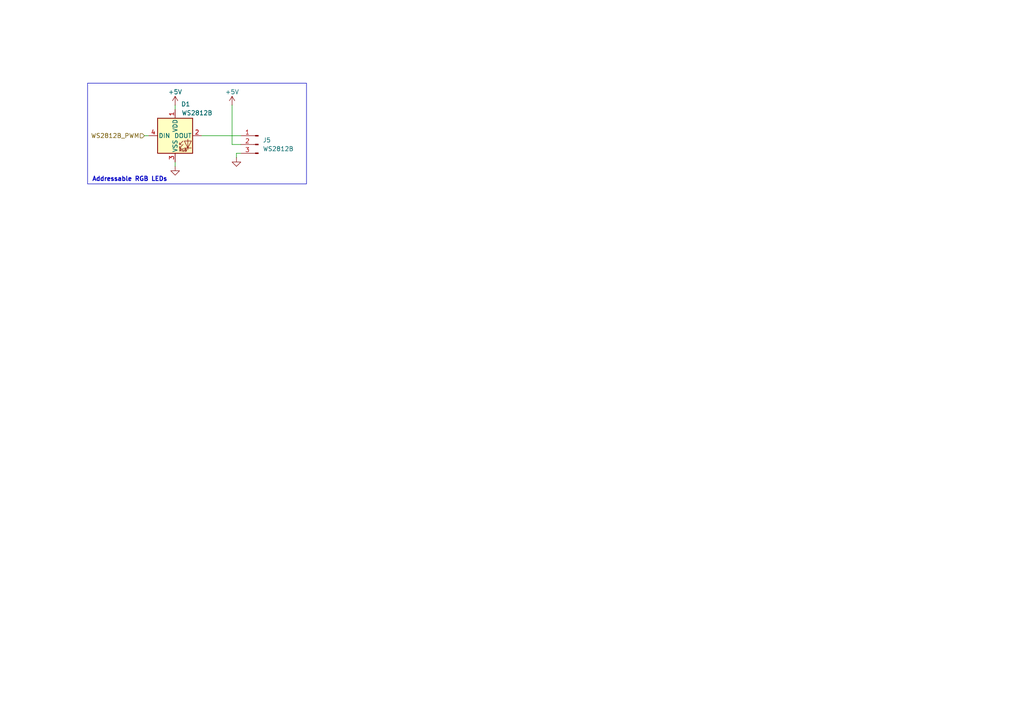
<source format=kicad_sch>
(kicad_sch (version 20231120) (generator "eeschema") (generator_version "8.0")
  (paper "A4")
  (title_block (title "Robotic Hand PCB") (rev "0.1.0") (company "Daniel Jeon"))
  (lib_symbols
    (symbol "Connector:Conn_01x03_Pin" (pin_names (offset 1.016) hide)
      (property "Reference" "J" (at 0 5.08 0))
      (property "Value" "Conn_01x03_Pin" (at 0 -5.08 0))
      (symbol "Conn_01x03_Pin_1_1"
        (polyline (pts (xy 1.27 -2.54) (xy 0.8636 -2.54)) (stroke (width 0.1524)))
        (polyline (pts (xy 1.27 0) (xy 0.8636 0)) (stroke (width 0.1524)))
        (polyline (pts (xy 1.27 2.54) (xy 0.8636 2.54)) (stroke (width 0.1524)))
        (rectangle (start 0.8636 -2.413) (end 0 -2.667) (stroke (width 0.1524)) (fill (type outline)))
        (rectangle (start 0.8636 0.127) (end 0 -0.127) (stroke (width 0.1524)) (fill (type outline)))
        (rectangle (start 0.8636 2.667) (end 0 2.413) (stroke (width 0.1524)) (fill (type outline)))
        (pin passive line (at 5.08 2.54 180) (length 3.81) (name "Pin_1") (number "1"))
        (pin passive line (at 5.08 0 180) (length 3.81) (name "Pin_2") (number "2"))
        (pin passive line (at 5.08 -2.54 180) (length 3.81) (name "Pin_3") (number "3"))
      )
    )
    (symbol "LED:WS2812B" (pin_names (offset 0.254))
      (property "Reference" "D" (at 5.08 5.715 0))
      (property "Value" "WS2812B" (at 1.27 -5.715 0))
      (symbol "WS2812B_0_0"
        (text "RGB" (at 2.286 -4.191 0) (effects (font (size 0.762 0.762))))
      )
      (symbol "WS2812B_0_1"
        (polyline (pts (xy 1.27 -3.556) (xy 1.778 -3.556)))
        (polyline (pts (xy 1.27 -2.54) (xy 1.778 -2.54)))
        (polyline (pts (xy 4.699 -3.556) (xy 2.667 -3.556)))
        (polyline (pts (xy 2.286 -2.54) (xy 1.27 -3.556) (xy 1.27 -3.048)))
        (polyline (pts (xy 2.286 -1.524) (xy 1.27 -2.54) (xy 1.27 -2.032)))
        (polyline (pts (xy 3.683 -1.016) (xy 3.683 -3.556) (xy 3.683 -4.064)))
        (polyline (pts (xy 4.699 -1.524) (xy 2.667 -1.524) (xy 3.683 -3.556) (xy 4.699 -1.524)))
        (rectangle (start 5.08 5.08) (end -5.08 -5.08) (stroke (width 0.254)) (fill (type background)))
      )
      (symbol "WS2812B_1_1"
        (pin power_in line (at 0 7.62 270) (length 2.54) (name "VDD") (number "1"))
        (pin output line (at 7.62 0 180) (length 2.54) (name "DOUT") (number "2"))
        (pin power_in line (at 0 -7.62 90) (length 2.54) (name "VSS") (number "3"))
        (pin input line (at -7.62 0 0) (length 2.54) (name "DIN") (number "4"))
      )
    )
    (symbol "power:+5V" (power) (pin_numbers hide) (pin_names (offset 0) hide)
      (property "Value" "+5V" (at 0 3.556 0))
      (symbol "+5V_0_1"
        (polyline (pts (xy -0.762 1.27) (xy 0 2.54)))
        (polyline (pts (xy 0 0) (xy 0 2.54)))
        (polyline (pts (xy 0 2.54) (xy 0.762 1.27)))
      )
      (symbol "+5V_1_1"
        (pin power_in line (at 0 0 90) (length 0) (name "~") (number "1"))
      )
    )
    (symbol "power:GND" (power) (pin_numbers hide) (pin_names (offset 0) hide)
      (property "Value" "GND" (at 0 -3.81 0))
      (symbol "GND_0_1"
        (polyline (pts (xy 0 0) (xy 0 -1.27) (xy 1.27 -1.27) (xy 0 -2.54) (xy -1.27 -1.27) (xy 0 -1.27)))
      )
      (symbol "GND_1_1"
        (pin power_in line (at 0 0 270) (length 0) (name "~") (number "1"))
      )
    )
  )
  (wire (pts (xy 68.58 44.45) (xy 69.85 44.45)))
  (wire (pts (xy 68.58 45.72) (xy 68.58 44.45)))
  (wire (pts (xy 67.31 30.48) (xy 67.31 41.91)))
  (wire (pts (xy 50.8 30.48) (xy 50.8 31.75)))
  (wire (pts (xy 67.31 41.91) (xy 69.85 41.91)))
  (wire (pts (xy 41.91 39.37) (xy 43.18 39.37)))
  (wire (pts (xy 58.42 39.37) (xy 69.85 39.37)))
  (wire (pts (xy 50.8 48.26) (xy 50.8 46.99)))
  (rectangle (start 25.4 24.13) (end 88.9 53.34))
  (text "Addressable RGB LEDs" (at 26.67 51.308 0) (effects (font (size 1.27 1.27) (bold yes)) (justify left top)))
  (hierarchical_label "WS2812B_PWM" (shape input) (at 41.91 39.37 180))
  (symbol (lib_id "LED:WS2812B") (at 50.8 39.37 0) (unit 1)
    (property "Reference" "D1" (at 53.848 30.1946 0))
    (property "Value" "WS2812B" (at 57.15 32.766 0))
    (property "Footprint" "LED_SMD:LED_WS2812B_PLCC4_5.0x5.0mm_P3.2mm" (effects (hide yes)))
    (property "Datasheet" "https://cdn-shop.adafruit.com/datasheets/WS2812B.pdf" (effects (hide yes)))
    (property "Description" "RGB LED with integrated controller" (effects (hide yes)))
  )
  (symbol (lib_id "Connector:Conn_01x03_Pin") (at 74.93 41.91 0) (mirror y) (unit 1)
    (property "Reference" "J5" (at 76.2 40.6399 0) (effects (justify right)))
    (property "Value" "WS2812B" (at 76.2 43.1799 0) (effects (justify right)))
    (property "Footprint" "Connector_PinHeader_2.54mm:PinHeader_1x03_P2.54mm_Vertical" (effects (hide yes)))
    (property "Description" "Generic connector, single row, 01x03, script generated" (effects (hide yes)))
  )
  (symbol (lib_id "power:GND") (at 50.8 48.26 0) (unit 1)
    (property "Reference" "#PWR058" (effects (hide yes)))
    (property "Value" "GND" (effects (hide yes)))
    (property "Description" "Power symbol creates a global label with name \"GND\" , ground" (effects (hide yes)))
  )
  (symbol (lib_id "power:+5V") (at 50.8 30.48 0) (unit 1)
    (property "Reference" "#PWR052" (effects (hide yes)))
    (property "Value" "+5V" (at 50.8 26.67 0))
    (property "Description" "Power symbol creates a global label with name \"+5V\"" (effects (hide yes)))
  )
  (symbol (lib_id "power:GND") (at 68.58 45.72 0) (unit 1)
    (property "Reference" "#PWR057" (effects (hide yes)))
    (property "Value" "GND" (effects (hide yes)))
    (property "Description" "Power symbol creates a global label with name \"GND\" , ground" (effects (hide yes)))
  )
  (symbol (lib_id "power:+5V") (at 67.31 30.48 0) (unit 1)
    (property "Reference" "#PWR056" (effects (hide yes)))
    (property "Value" "+5V" (at 67.31 26.67 0))
    (property "Description" "Power symbol creates a global label with name \"+5V\"" (effects (hide yes)))
  )
)
</source>
